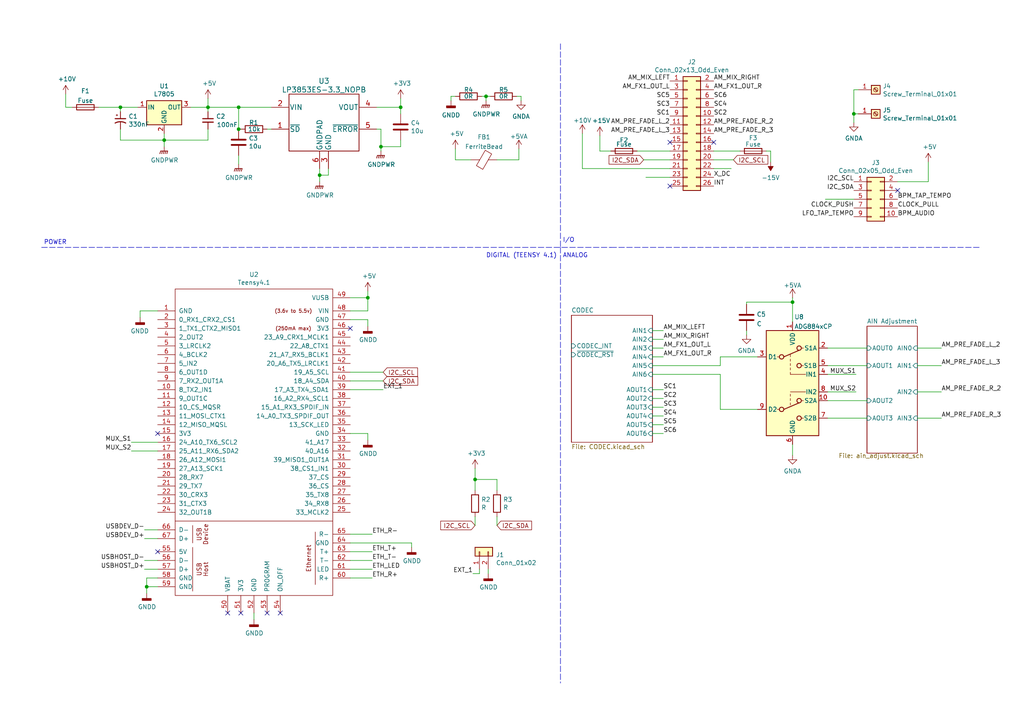
<source format=kicad_sch>
(kicad_sch (version 20211123) (generator eeschema)
  (paper "A4")
  (title_block (title "Xone Stub") (date "2021-11-07") (rev "1") (company "Soulless Digital") (comment 1 "Will Willems") (comment 2 "soulless.digital"))
  (lib_symbols
    (symbol "Analog_Switch:ADG884xCP"
      (property "Reference" "U" (at -7.62 16.51 0))
      (property "Value" "ADG884xCP" (at 0.635 16.51 0))
      (symbol "ADG884xCP_0_1"
        (rectangle (start -7.62 15.24) (end 7.62 -15.24) (stroke (width 0.254)) (fill (type background)))
        (circle (center -1.905 -10.16) (radius 0.635) (stroke (width 0.254)))
        (circle (center -1.905 -5.08) (radius 0.635) (stroke (width 0.254)))
        (circle (center -1.905 5.08) (radius 0.635) (stroke (width 0.254)))
        (circle (center -1.905 10.16) (radius 0.635) (stroke (width 0.254)))
        (polyline (pts (xy -3.81 -2.54) (xy 0.635 -2.54)))
        (polyline (pts (xy -3.81 2.54) (xy 0.635 2.54)))
        (polyline (pts (xy -3.175 -10.16) (xy -2.54 -10.16)))
        (polyline (pts (xy -3.175 -5.08) (xy -2.54 -5.08)))
        (polyline (pts (xy -3.175 5.08) (xy -2.54 5.08)))
        (polyline (pts (xy -3.175 10.16) (xy -2.54 10.16)))
        (polyline (pts (xy -1.905 9.525) (xy 2.54 7.62)) (stroke (width 0.254)))
        (polyline (pts (xy 0.635 -5.715) (xy 0.635 -6.35)))
        (polyline (pts (xy 0.635 -4.445) (xy 0.635 -5.08)))
        (polyline (pts (xy 0.635 -3.175) (xy 0.635 -3.81)))
        (polyline (pts (xy 0.635 3.175) (xy 0.635 2.54)))
        (polyline (pts (xy 0.635 4.445) (xy 0.635 3.81)))
        (polyline (pts (xy 0.635 5.715) (xy 0.635 5.08)))
        (polyline (pts (xy 0.635 6.985) (xy 0.635 6.35)))
        (polyline (pts (xy 0.635 8.255) (xy 0.635 7.62)))
        (polyline (pts (xy 2.54 -7.62) (xy -1.905 -5.715)) (stroke (width 0.254)))
        (polyline (pts (xy 4.445 -7.62) (xy 3.81 -7.62)))
        (polyline (pts (xy 4.445 7.62) (xy 3.81 7.62)))
        (circle (center 3.175 -7.62) (radius 0.635) (stroke (width 0.254)))
        (circle (center 3.175 7.62) (radius 0.635) (stroke (width 0.254)))
      )
      (symbol "ADG884xCP_1_1"
        (pin power_in line (at 0 17.78 270) (length 2.54) (name "VDD") (number "1"))
        (pin bidirectional line (at -10.16 -5.08 0) (length 2.54) (name "S2A") (number "10"))
        (pin passive line (at 0 -17.78 90) (length 2.54) hide (name "GND") (number "11"))
        (pin bidirectional line (at -10.16 10.16 0) (length 2.54) (name "S1A") (number "2"))
        (pin bidirectional line (at 10.16 7.62 180) (length 2.54) (name "D1") (number "3"))
        (pin input line (at -10.16 2.54 0) (length 2.54) (name "IN1") (number "4"))
        (pin bidirectional line (at -10.16 5.08 0) (length 2.54) (name "S1B") (number "5"))
        (pin power_in line (at 0 -17.78 90) (length 2.54) (name "GND") (number "6"))
        (pin bidirectional line (at -10.16 -10.16 0) (length 2.54) (name "S2B") (number "7"))
        (pin input line (at -10.16 -2.54 0) (length 2.54) (name "IN2") (number "8"))
        (pin bidirectional line (at 10.16 -7.62 180) (length 2.54) (name "D2") (number "9"))
      )
    )
    (symbol "Connector:Screw_Terminal_01x01" (pin_names (offset 1.016) hide)
      (property "Reference" "J" (at 0 2.54 0))
      (property "Value" "Screw_Terminal_01x01" (at 0 -2.54 0))
      (symbol "Screw_Terminal_01x01_1_1"
        (rectangle (start -1.27 1.27) (end 1.27 -1.27) (stroke (width 0.254)) (fill (type background)))
        (polyline (pts (xy -0.5334 0.3302) (xy 0.3302 -0.508)) (stroke (width 0.1524)))
        (polyline (pts (xy -0.3556 0.508) (xy 0.508 -0.3302)) (stroke (width 0.1524)))
        (circle (center 0 0) (radius 0.635) (stroke (width 0.1524)))
        (pin passive line (at -5.08 0 0) (length 3.81) (name "Pin_1") (number "1"))
      )
    )
    (symbol "Connector_Generic:Conn_01x02" (pin_names (offset 1.016) hide)
      (property "Reference" "J" (at 0 2.54 0))
      (property "Value" "Conn_01x02" (at 0 -5.08 0))
      (symbol "Conn_01x02_1_1"
        (rectangle (start -1.27 -2.413) (end 0 -2.667) (stroke (width 0.1524)))
        (rectangle (start -1.27 0.127) (end 0 -0.127) (stroke (width 0.1524)))
        (rectangle (start -1.27 1.27) (end 1.27 -3.81) (stroke (width 0.254)) (fill (type background)))
        (pin passive line (at -5.08 0 0) (length 3.81) (name "Pin_1") (number "1"))
        (pin passive line (at -5.08 -2.54 0) (length 3.81) (name "Pin_2") (number "2"))
      )
    )
    (symbol "Connector_Generic:Conn_02x05_Odd_Even" (pin_names (offset 1.016) hide)
      (property "Reference" "J" (at 1.27 7.62 0))
      (property "Value" "Conn_02x05_Odd_Even" (at 1.27 -7.62 0))
      (symbol "Conn_02x05_Odd_Even_1_1"
        (rectangle (start -1.27 -4.953) (end 0 -5.207) (stroke (width 0.1524)))
        (rectangle (start -1.27 -2.413) (end 0 -2.667) (stroke (width 0.1524)))
        (rectangle (start -1.27 0.127) (end 0 -0.127) (stroke (width 0.1524)))
        (rectangle (start -1.27 2.667) (end 0 2.413) (stroke (width 0.1524)))
        (rectangle (start -1.27 5.207) (end 0 4.953) (stroke (width 0.1524)))
        (rectangle (start -1.27 6.35) (end 3.81 -6.35) (stroke (width 0.254)) (fill (type background)))
        (rectangle (start 3.81 -4.953) (end 2.54 -5.207) (stroke (width 0.1524)))
        (rectangle (start 3.81 -2.413) (end 2.54 -2.667) (stroke (width 0.1524)))
        (rectangle (start 3.81 0.127) (end 2.54 -0.127) (stroke (width 0.1524)))
        (rectangle (start 3.81 2.667) (end 2.54 2.413) (stroke (width 0.1524)))
        (rectangle (start 3.81 5.207) (end 2.54 4.953) (stroke (width 0.1524)))
        (pin passive line (at -5.08 5.08 0) (length 3.81) (name "Pin_1") (number "1"))
        (pin passive line (at 7.62 -5.08 180) (length 3.81) (name "Pin_10") (number "10"))
        (pin passive line (at 7.62 5.08 180) (length 3.81) (name "Pin_2") (number "2"))
        (pin passive line (at -5.08 2.54 0) (length 3.81) (name "Pin_3") (number "3"))
        (pin passive line (at 7.62 2.54 180) (length 3.81) (name "Pin_4") (number "4"))
        (pin passive line (at -5.08 0 0) (length 3.81) (name "Pin_5") (number "5"))
        (pin passive line (at 7.62 0 180) (length 3.81) (name "Pin_6") (number "6"))
        (pin passive line (at -5.08 -2.54 0) (length 3.81) (name "Pin_7") (number "7"))
        (pin passive line (at 7.62 -2.54 180) (length 3.81) (name "Pin_8") (number "8"))
        (pin passive line (at -5.08 -5.08 0) (length 3.81) (name "Pin_9") (number "9"))
      )
    )
    (symbol "Connector_Generic:Conn_02x13_Odd_Even" (pin_names (offset 1.016) hide)
      (property "Reference" "J" (at 1.27 17.78 0))
      (property "Value" "Conn_02x13_Odd_Even" (at 1.27 -17.78 0))
      (symbol "Conn_02x13_Odd_Even_1_1"
        (rectangle (start -1.27 -15.113) (end 0 -15.367) (stroke (width 0.1524)))
        (rectangle (start -1.27 -12.573) (end 0 -12.827) (stroke (width 0.1524)))
        (rectangle (start -1.27 -10.033) (end 0 -10.287) (stroke (width 0.1524)))
        (rectangle (start -1.27 -7.493) (end 0 -7.747) (stroke (width 0.1524)))
        (rectangle (start -1.27 -4.953) (end 0 -5.207) (stroke (width 0.1524)))
        (rectangle (start -1.27 -2.413) (end 0 -2.667) (stroke (width 0.1524)))
        (rectangle (start -1.27 0.127) (end 0 -0.127) (stroke (width 0.1524)))
        (rectangle (start -1.27 2.667) (end 0 2.413) (stroke (width 0.1524)))
        (rectangle (start -1.27 5.207) (end 0 4.953) (stroke (width 0.1524)))
        (rectangle (start -1.27 7.747) (end 0 7.493) (stroke (width 0.1524)))
        (rectangle (start -1.27 10.287) (end 0 10.033) (stroke (width 0.1524)))
        (rectangle (start -1.27 12.827) (end 0 12.573) (stroke (width 0.1524)))
        (rectangle (start -1.27 15.367) (end 0 15.113) (stroke (width 0.1524)))
        (rectangle (start -1.27 16.51) (end 3.81 -16.51) (stroke (width 0.254)) (fill (type background)))
        (rectangle (start 3.81 -15.113) (end 2.54 -15.367) (stroke (width 0.1524)))
        (rectangle (start 3.81 -12.573) (end 2.54 -12.827) (stroke (width 0.1524)))
        (rectangle (start 3.81 -10.033) (end 2.54 -10.287) (stroke (width 0.1524)))
        (rectangle (start 3.81 -7.493) (end 2.54 -7.747) (stroke (width 0.1524)))
        (rectangle (start 3.81 -4.953) (end 2.54 -5.207) (stroke (width 0.1524)))
        (rectangle (start 3.81 -2.413) (end 2.54 -2.667) (stroke (width 0.1524)))
        (rectangle (start 3.81 0.127) (end 2.54 -0.127) (stroke (width 0.1524)))
        (rectangle (start 3.81 2.667) (end 2.54 2.413) (stroke (width 0.1524)))
        (rectangle (start 3.81 5.207) (end 2.54 4.953) (stroke (width 0.1524)))
        (rectangle (start 3.81 7.747) (end 2.54 7.493) (stroke (width 0.1524)))
        (rectangle (start 3.81 10.287) (end 2.54 10.033) (stroke (width 0.1524)))
        (rectangle (start 3.81 12.827) (end 2.54 12.573) (stroke (width 0.1524)))
        (rectangle (start 3.81 15.367) (end 2.54 15.113) (stroke (width 0.1524)))
        (pin passive line (at -5.08 15.24 0) (length 3.81) (name "Pin_1") (number "1"))
        (pin passive line (at 7.62 5.08 180) (length 3.81) (name "Pin_10") (number "10"))
        (pin passive line (at -5.08 2.54 0) (length 3.81) (name "Pin_11") (number "11"))
        (pin passive line (at 7.62 2.54 180) (length 3.81) (name "Pin_12") (number "12"))
        (pin passive line (at -5.08 0 0) (length 3.81) (name "Pin_13") (number "13"))
        (pin passive line (at 7.62 0 180) (length 3.81) (name "Pin_14") (number "14"))
        (pin passive line (at -5.08 -2.54 0) (length 3.81) (name "Pin_15") (number "15"))
        (pin passive line (at 7.62 -2.54 180) (length 3.81) (name "Pin_16") (number "16"))
        (pin passive line (at -5.08 -5.08 0) (length 3.81) (name "Pin_17") (number "17"))
        (pin passive line (at 7.62 -5.08 180) (length 3.81) (name "Pin_18") (number "18"))
        (pin passive line (at -5.08 -7.62 0) (length 3.81) (name "Pin_19") (number "19"))
        (pin passive line (at 7.62 15.24 180) (length 3.81) (name "Pin_2") (number "2"))
        (pin passive line (at 7.62 -7.62 180) (length 3.81) (name "Pin_20") (number "20"))
        (pin passive line (at -5.08 -10.16 0) (length 3.81) (name "Pin_21") (number "21"))
        (pin passive line (at 7.62 -10.16 180) (length 3.81) (name "Pin_22") (number "22"))
        (pin passive line (at -5.08 -12.7 0) (length 3.81) (name "Pin_23") (number "23"))
        (pin passive line (at 7.62 -12.7 180) (length 3.81) (name "Pin_24") (number "24"))
        (pin passive line (at -5.08 -15.24 0) (length 3.81) (name "Pin_25") (number "25"))
        (pin passive line (at 7.62 -15.24 180) (length 3.81) (name "Pin_26") (number "26"))
        (pin passive line (at -5.08 12.7 0) (length 3.81) (name "Pin_3") (number "3"))
        (pin passive line (at 7.62 12.7 180) (length 3.81) (name "Pin_4") (number "4"))
        (pin passive line (at -5.08 10.16 0) (length 3.81) (name "Pin_5") (number "5"))
        (pin passive line (at 7.62 10.16 180) (length 3.81) (name "Pin_6") (number "6"))
        (pin passive line (at -5.08 7.62 0) (length 3.81) (name "Pin_7") (number "7"))
        (pin passive line (at 7.62 7.62 180) (length 3.81) (name "Pin_8") (number "8"))
        (pin passive line (at -5.08 5.08 0) (length 3.81) (name "Pin_9") (number "9"))
      )
    )
    (symbol "Device:C" (pin_numbers hide) (pin_names (offset 0.254))
      (property "Reference" "C" (at 0.635 2.54 0))
      (property "Value" "C" (at 0.635 -2.54 0))
      (symbol "C_0_1"
        (polyline (pts (xy -2.032 -0.762) (xy 2.032 -0.762)) (stroke (width 0.508)))
        (polyline (pts (xy -2.032 0.762) (xy 2.032 0.762)) (stroke (width 0.508)))
      )
      (symbol "C_1_1"
        (pin passive line (at 0 3.81 270) (length 2.794) (name "~") (number "1"))
        (pin passive line (at 0 -3.81 90) (length 2.794) (name "~") (number "2"))
      )
    )
    (symbol "Device:C_Polarized_Small_US" (pin_numbers hide) (pin_names (offset 0.254) hide)
      (property "Reference" "C" (at 0.254 1.778 0))
      (property "Value" "C_Polarized_Small_US" (at 0.254 -2.032 0))
      (symbol "C_Polarized_Small_US_0_1"
        (polyline (pts (xy -1.524 0.508) (xy 1.524 0.508)) (stroke (width 0.3048)))
        (polyline (pts (xy -1.27 1.524) (xy -0.762 1.524)))
        (polyline (pts (xy -1.016 1.27) (xy -1.016 1.778)))
        (arc (start 1.524 -0.762) (mid 0 -0.3734) (end -1.524 -0.762) (stroke (width 0.3048)))
      )
      (symbol "C_Polarized_Small_US_1_1"
        (pin passive line (at 0 2.54 270) (length 2.032) (name "~") (number "1"))
        (pin passive line (at 0 -2.54 90) (length 2.032) (name "~") (number "2"))
      )
    )
    (symbol "Device:C_Small" (pin_numbers hide) (pin_names (offset 0.254) hide)
      (property "Reference" "C" (at 0.254 1.778 0))
      (property "Value" "C_Small" (at 0.254 -2.032 0))
      (symbol "C_Small_0_1"
        (polyline (pts (xy -1.524 -0.508) (xy 1.524 -0.508)) (stroke (width 0.3302)))
        (polyline (pts (xy -1.524 0.508) (xy 1.524 0.508)) (stroke (width 0.3048)))
      )
      (symbol "C_Small_1_1"
        (pin passive line (at 0 2.54 270) (length 2.032) (name "~") (number "1"))
        (pin passive line (at 0 -2.54 90) (length 2.032) (name "~") (number "2"))
      )
    )
    (symbol "Device:FerriteBead" (pin_numbers hide) (pin_names (offset 0))
      (property "Reference" "FB" (at -3.81 0.635 90))
      (property "Value" "FerriteBead" (at 3.81 0 90))
      (symbol "FerriteBead_0_1"
        (polyline (pts (xy 0 -1.27) (xy 0 -1.2192)))
        (polyline (pts (xy 0 1.27) (xy 0 1.2954)))
        (polyline (pts (xy -2.7686 0.4064) (xy -1.7018 2.2606) (xy 2.7686 -0.3048) (xy 1.6764 -2.159) (xy -2.7686 0.4064)))
      )
      (symbol "FerriteBead_1_1"
        (pin passive line (at 0 3.81 270) (length 2.54) (name "~") (number "1"))
        (pin passive line (at 0 -3.81 90) (length 2.54) (name "~") (number "2"))
      )
    )
    (symbol "Device:Fuse" (pin_numbers hide) (pin_names (offset 0))
      (property "Reference" "F" (at 2.032 0 90))
      (property "Value" "Fuse" (at -1.905 0 90))
      (symbol "Fuse_0_1"
        (rectangle (start -0.762 -2.54) (end 0.762 2.54) (stroke (width 0.254)))
        (polyline (pts (xy 0 2.54) (xy 0 -2.54)))
      )
      (symbol "Fuse_1_1"
        (pin passive line (at 0 3.81 270) (length 1.27) (name "~") (number "1"))
        (pin passive line (at 0 -3.81 90) (length 1.27) (name "~") (number "2"))
      )
    )
    (symbol "Device:R" (pin_numbers hide) (pin_names (offset 0))
      (property "Reference" "R" (at 2.032 0 90))
      (property "Value" "R" (at 0 0 90))
      (symbol "R_0_1"
        (rectangle (start -1.016 -2.54) (end 1.016 2.54) (stroke (width 0.254)))
      )
      (symbol "R_1_1"
        (pin passive line (at 0 3.81 270) (length 1.27) (name "~") (number "1"))
        (pin passive line (at 0 -3.81 90) (length 1.27) (name "~") (number "2"))
      )
    )
    (symbol "LP3853ES-3.3NOPB:LP3853ES-3.3_NOPB" (pin_names (offset 0.254))
      (property "Reference" "U" (at -1.27 10.16 0))
      (property "Value" "LP3853ES-3.3_NOPB" (at 0 7.62 0))
      (symbol "LP3853ES-3.3_NOPB_1_1"
        (rectangle (start -10.16 6.35) (end 10.16 -10.16))
        (rectangle (start -10.16 6.35) (end 10.16 -10.16))
        (pin passive line (at -15.24 -3.81 0) (length 5.0038) (name "~{SD}") (number "1"))
        (pin input line (at -15.24 2.54 0) (length 5.0038) (name "VIN") (number "2"))
        (pin passive line (at 1.27 -15.24 90) (length 5.0038) (name "GND") (number "3"))
        (pin output line (at 15.24 2.54 180) (length 5.0038) (name "VOUT") (number "4"))
        (pin passive line (at 15.24 -3.81 180) (length 5.0038) (name "~{ERROR}") (number "5"))
        (pin unspecified line (at -1.27 -15.24 90) (length 5.0038) (name "GNDPAD") (number "6"))
      )
    )
    (symbol "Regulator_Linear:L7805" (pin_names (offset 0.254))
      (property "Reference" "U" (at -3.81 3.175 0))
      (property "Value" "L7805" (at 0 3.175 0))
      (symbol "L7805_0_1"
        (rectangle (start -5.08 1.905) (end 5.08 -5.08) (stroke (width 0.254)) (fill (type background)))
      )
      (symbol "L7805_1_1"
        (pin power_in line (at -7.62 0 0) (length 2.54) (name "IN") (number "1"))
        (pin power_in line (at 0 -7.62 90) (length 2.54) (name "GND") (number "2"))
        (pin power_out line (at 7.62 0 180) (length 2.54) (name "OUT") (number "3"))
      )
    )
    (symbol "power:+10V" (power) (pin_names (offset 0))
      (property "Value" "+10V" (at 0 3.556 0))
      (symbol "+10V_0_1"
        (polyline (pts (xy -0.762 1.27) (xy 0 2.54)))
        (polyline (pts (xy 0 0) (xy 0 2.54)))
        (polyline (pts (xy 0 2.54) (xy 0.762 1.27)))
      )
      (symbol "+10V_1_1"
        (pin power_in line (at 0 0 90) (length 0) hide (name "+10V") (number "1"))
      )
    )
    (symbol "power:+15V" (power) (pin_names (offset 0))
      (property "Value" "+15V" (at 0 3.556 0))
      (symbol "+15V_0_1"
        (polyline (pts (xy -0.762 1.27) (xy 0 2.54)))
        (polyline (pts (xy 0 0) (xy 0 2.54)))
        (polyline (pts (xy 0 2.54) (xy 0.762 1.27)))
      )
      (symbol "+15V_1_1"
        (pin power_in line (at 0 0 90) (length 0) hide (name "+15V") (number "1"))
      )
    )
    (symbol "power:+3.3V" (power) (pin_names (offset 0))
      (property "Value" "+3.3V" (at 0 3.556 0))
      (symbol "+3.3V_0_1"
        (polyline (pts (xy -0.762 1.27) (xy 0 2.54)))
        (polyline (pts (xy 0 0) (xy 0 2.54)))
        (polyline (pts (xy 0 2.54) (xy 0.762 1.27)))
      )
      (symbol "+3.3V_1_1"
        (pin power_in line (at 0 0 90) (length 0) hide (name "+3V3") (number "1"))
      )
    )
    (symbol "power:+5V" (power) (pin_names (offset 0))
      (property "Value" "+5V" (at 0 3.556 0))
      (symbol "+5V_0_1"
        (polyline (pts (xy -0.762 1.27) (xy 0 2.54)))
        (polyline (pts (xy 0 0) (xy 0 2.54)))
        (polyline (pts (xy 0 2.54) (xy 0.762 1.27)))
      )
      (symbol "+5V_1_1"
        (pin power_in line (at 0 0 90) (length 0) hide (name "+5V") (number "1"))
      )
    )
    (symbol "power:+5VA" (power) (pin_names (offset 0))
      (property "Value" "+5VA" (at 0 3.556 0))
      (symbol "+5VA_0_1"
        (polyline (pts (xy -0.762 1.27) (xy 0 2.54)))
        (polyline (pts (xy 0 0) (xy 0 2.54)))
        (polyline (pts (xy 0 2.54) (xy 0.762 1.27)))
      )
      (symbol "+5VA_1_1"
        (pin power_in line (at 0 0 90) (length 0) hide (name "+5VA") (number "1"))
      )
    )
    (symbol "power:-15V" (power) (pin_names (offset 0))
      (property "Value" "-15V" (at 0 3.81 0))
      (symbol "-15V_0_0"
        (pin power_in line (at 0 0 90) (length 0) hide (name "-15V") (number "1"))
      )
      (symbol "-15V_0_1"
        (polyline (pts (xy 0 0) (xy 0 1.27) (xy 0.762 1.27) (xy 0 2.54) (xy -0.762 1.27) (xy 0 1.27)) (fill (type outline)))
      )
    )
    (symbol "power:GNDA" (power) (pin_names (offset 0))
      (property "Value" "GNDA" (at 0 -3.81 0))
      (symbol "GNDA_0_1"
        (polyline (pts (xy 0 0) (xy 0 -1.27) (xy 1.27 -1.27) (xy 0 -2.54) (xy -1.27 -1.27) (xy 0 -1.27)))
      )
      (symbol "GNDA_1_1"
        (pin power_in line (at 0 0 270) (length 0) hide (name "GNDA") (number "1"))
      )
    )
    (symbol "power:GNDD" (power) (pin_names (offset 0))
      (property "Value" "GNDD" (at 0 -3.175 0))
      (symbol "GNDD_0_1"
        (rectangle (start -1.27 -1.524) (end 1.27 -2.032) (stroke (width 0.254)) (fill (type outline)))
        (polyline (pts (xy 0 0) (xy 0 -1.524)))
      )
      (symbol "GNDD_1_1"
        (pin power_in line (at 0 0 270) (length 0) hide (name "GNDD") (number "1"))
      )
    )
    (symbol "power:GNDPWR" (power) (pin_names (offset 0))
      (property "Value" "GNDPWR" (at 0 -3.302 0))
      (symbol "GNDPWR_0_1"
        (polyline (pts (xy 0 -1.27) (xy 0 0)))
        (polyline (pts (xy -1.016 -1.27) (xy -1.27 -2.032) (xy -1.27 -2.032)) (stroke (width 0.2032)))
        (polyline (pts (xy -0.508 -1.27) (xy -0.762 -2.032) (xy -0.762 -2.032)) (stroke (width 0.2032)))
        (polyline (pts (xy 0 -1.27) (xy -0.254 -2.032) (xy -0.254 -2.032)) (stroke (width 0.2032)))
        (polyline (pts (xy 0.508 -1.27) (xy 0.254 -2.032) (xy 0.254 -2.032)) (stroke (width 0.2032)))
        (polyline (pts (xy 1.016 -1.27) (xy -1.016 -1.27) (xy -1.016 -1.27)) (stroke (width 0.2032)))
        (polyline (pts (xy 1.016 -1.27) (xy 0.762 -2.032) (xy 0.762 -2.032) (xy 0.762 -2.032)) (stroke (width 0.2032)))
      )
      (symbol "GNDPWR_1_1"
        (pin power_in line (at 0 0 270) (length 0) hide (name "GNDPWR") (number "1"))
      )
    )
    (symbol "teensy:Teensy4.1" (pin_names (offset 1.016))
      (property "Reference" "U" (at 0 64.77 0))
      (property "Value" "Teensy4.1" (at 0 62.23 0))
      (symbol "Teensy4.1_0_0"
        (polyline (pts (xy -22.86 -6.35) (xy 22.86 -6.35)))
        (polyline (pts (xy -17.78 -26.67) (xy -17.78 -13.97)))
        (polyline (pts (xy -17.78 -7.62) (xy -17.78 -12.7)))
        (polyline (pts (xy 17.78 -9.525) (xy 17.78 -24.765)))
        (text "(250mA max)" (at 11.43 49.53 0) (effects (font (size 1.016 1.016))))
        (text "(3.6v to 5.5v)" (at 11.43 54.61 0) (effects (font (size 1.016 1.016))))
        (text "Device" (at -13.97 -10.16 900) (effects (font (size 1.27 1.27))))
        (text "Ethernet" (at 15.875 -17.145 900) (effects (font (size 1.27 1.27))))
        (text "Host" (at -13.97 -20.32 900) (effects (font (size 1.27 1.27))))
        (text "USB" (at -15.875 -20.32 900) (effects (font (size 1.27 1.27))))
        (text "USB" (at -15.875 -10.16 900) (effects (font (size 1.27 1.27))))
        (pin bidirectional line (at -27.94 31.75 0) (length 5.08) (name "8_TX2_IN1") (number "10"))
        (pin bidirectional line (at -27.94 29.21 0) (length 5.08) (name "9_OUT1C") (number "11"))
        (pin bidirectional line (at -27.94 26.67 0) (length 5.08) (name "10_CS_MQSR") (number "12"))
        (pin bidirectional line (at -27.94 24.13 0) (length 5.08) (name "11_MOSI_CTX1") (number "13"))
        (pin bidirectional line (at -27.94 21.59 0) (length 5.08) (name "12_MISO_MQSL") (number "14"))
        (pin power_in line (at -27.94 19.05 0) (length 5.08) (name "3V3") (number "15"))
        (pin bidirectional line (at -27.94 16.51 0) (length 5.08) (name "24_A10_TX6_SCL2") (number "16"))
        (pin bidirectional line (at -27.94 13.97 0) (length 5.08) (name "25_A11_RX6_SDA2") (number "17"))
        (pin bidirectional line (at -27.94 11.43 0) (length 5.08) (name "26_A12_MOSI1") (number "18"))
        (pin bidirectional line (at -27.94 8.89 0) (length 5.08) (name "27_A13_SCK1") (number "19"))
        (pin bidirectional line (at -27.94 6.35 0) (length 5.08) (name "28_RX7") (number "20"))
        (pin bidirectional line (at -27.94 3.81 0) (length 5.08) (name "29_TX7") (number "21"))
        (pin bidirectional line (at -27.94 1.27 0) (length 5.08) (name "30_CRX3") (number "22"))
        (pin bidirectional line (at -27.94 -1.27 0) (length 5.08) (name "31_CTX3") (number "23"))
        (pin bidirectional line (at -27.94 -3.81 0) (length 5.08) (name "32_OUT1B") (number "24"))
        (pin bidirectional line (at 27.94 -3.81 180) (length 5.08) (name "33_MCLK2") (number "25"))
        (pin bidirectional line (at 27.94 -1.27 180) (length 5.08) (name "34_RX8") (number "26"))
        (pin bidirectional line (at 27.94 1.27 180) (length 5.08) (name "35_TX8") (number "27"))
        (pin bidirectional line (at 27.94 3.81 180) (length 5.08) (name "36_CS") (number "28"))
        (pin bidirectional line (at 27.94 6.35 180) (length 5.08) (name "37_CS") (number "29"))
        (pin bidirectional line (at 27.94 8.89 180) (length 5.08) (name "38_CS1_IN1") (number "30"))
        (pin bidirectional line (at 27.94 11.43 180) (length 5.08) (name "39_MISO1_OUT1A") (number "31"))
        (pin bidirectional line (at 27.94 13.97 180) (length 5.08) (name "40_A16") (number "32"))
        (pin bidirectional line (at 27.94 16.51 180) (length 5.08) (name "41_A17") (number "33"))
        (pin bidirectional line (at 27.94 21.59 180) (length 5.08) (name "13_SCK_LED") (number "35"))
        (pin bidirectional line (at 27.94 24.13 180) (length 5.08) (name "14_A0_TX3_SPDIF_OUT") (number "36"))
        (pin bidirectional line (at 27.94 26.67 180) (length 5.08) (name "15_A1_RX3_SPDIF_IN") (number "37"))
        (pin bidirectional line (at 27.94 29.21 180) (length 5.08) (name "16_A2_RX4_SCL1") (number "38"))
        (pin bidirectional line (at 27.94 31.75 180) (length 5.08) (name "17_A3_TX4_SDA1") (number "39"))
        (pin bidirectional line (at 27.94 34.29 180) (length 5.08) (name "18_A4_SDA") (number "40"))
        (pin bidirectional line (at 27.94 36.83 180) (length 5.08) (name "19_A5_SCL") (number "41"))
        (pin bidirectional line (at 27.94 39.37 180) (length 5.08) (name "20_A6_TX5_LRCLK1") (number "42"))
        (pin bidirectional line (at 27.94 41.91 180) (length 5.08) (name "21_A7_RX5_BCLK1") (number "43"))
        (pin bidirectional line (at 27.94 44.45 180) (length 5.08) (name "22_A8_CTX1") (number "44"))
        (pin bidirectional line (at 27.94 46.99 180) (length 5.08) (name "23_A9_CRX1_MCLK1") (number "45"))
        (pin output line (at 27.94 49.53 180) (length 5.08) (name "3V3") (number "46"))
        (pin output line (at 27.94 52.07 180) (length 5.08) (name "GND") (number "47"))
        (pin power_in line (at 27.94 54.61 180) (length 5.08) (name "VIN") (number "48"))
        (pin power_out line (at 27.94 58.42 180) (length 5.08) (name "VUSB") (number "49"))
        (pin bidirectional line (at -27.94 44.45 0) (length 5.08) (name "3_LRCLK2") (number "5"))
        (pin power_in line (at -7.62 -33.02 90) (length 5.08) (name "VBAT") (number "50"))
        (pin power_in line (at -3.81 -33.02 90) (length 5.08) (name "3V3") (number "51"))
        (pin input line (at 0 -33.02 90) (length 5.08) (name "GND") (number "52"))
        (pin input line (at 3.81 -33.02 90) (length 5.08) (name "PROGRAM") (number "53"))
        (pin input line (at 7.62 -33.02 90) (length 5.08) (name "ON_OFF") (number "54"))
        (pin power_out line (at -27.94 -15.24 0) (length 5.08) (name "5V") (number "55"))
        (pin bidirectional line (at -27.94 -17.78 0) (length 5.08) (name "D-") (number "56"))
        (pin bidirectional line (at -27.94 -20.32 0) (length 5.08) (name "D+") (number "57"))
        (pin power_in line (at -27.94 -22.86 0) (length 5.08) (name "GND") (number "58"))
        (pin power_in line (at -27.94 -25.4 0) (length 5.08) (name "GND") (number "59"))
        (pin bidirectional line (at -27.94 41.91 0) (length 5.08) (name "4_BCLK2") (number "6"))
        (pin bidirectional line (at 27.94 -22.86 180) (length 5.08) (name "R+") (number "60"))
        (pin bidirectional line (at 27.94 -20.32 180) (length 5.08) (name "LED") (number "61"))
        (pin bidirectional line (at 27.94 -17.78 180) (length 5.08) (name "T-") (number "62"))
        (pin bidirectional line (at 27.94 -15.24 180) (length 5.08) (name "T+") (number "63"))
        (pin power_in line (at 27.94 -12.7 180) (length 5.08) (name "GND") (number "64"))
        (pin bidirectional line (at 27.94 -10.16 180) (length 5.08) (name "R-") (number "65"))
        (pin bidirectional line (at -27.94 -8.89 0) (length 5.08) (name "D-") (number "66"))
        (pin bidirectional line (at -27.94 -11.43 0) (length 5.08) (name "D+") (number "67"))
        (pin bidirectional line (at -27.94 39.37 0) (length 5.08) (name "5_IN2") (number "7"))
        (pin bidirectional line (at -27.94 36.83 0) (length 5.08) (name "6_OUT1D") (number "8"))
        (pin bidirectional line (at -27.94 34.29 0) (length 5.08) (name "7_RX2_OUT1A") (number "9"))
      )
      (symbol "Teensy4.1_0_1"
        (rectangle (start -22.86 60.96) (end 22.86 -27.94))
        (rectangle (start -20.32 -1.27) (end -20.32 -1.27))
      )
      (symbol "Teensy4.1_1_1"
        (pin power_in line (at -27.94 54.61 0) (length 5.08) (name "GND") (number "1"))
        (pin bidirectional line (at -27.94 52.07 0) (length 5.08) (name "0_RX1_CRX2_CS1") (number "2"))
        (pin bidirectional line (at -27.94 49.53 0) (length 5.08) (name "1_TX1_CTX2_MISO1") (number "3"))
        (pin power_in line (at 27.94 19.05 180) (length 5.08) (name "GND") (number "34"))
        (pin bidirectional line (at -27.94 46.99 0) (length 5.08) (name "2_OUT2") (number "4"))
      )
    )
  )
  (junction (at 116.205 31.115))
  (junction (at 140.97 27.94))
  (junction (at 34.925 31.115))
  (junction (at 92.71 50.8))
  (junction (at 69.215 31.115))
  (junction (at 247.65 33.02))
  (junction (at 106.68 86.36))
  (junction (at 137.795 139.065))
  (junction (at 42.545 170.18))
  (junction (at 110.49 42.545))
  (junction (at 47.625 40.64))
  (junction (at 69.215 37.465))
  (junction (at 229.87 87.63))
  (junction (at 60.325 31.115))
  (no_connect (at 77.47 177.8))
  (no_connect (at 81.28 177.8))
  (no_connect (at 194.31 41.275))
  (no_connect (at 207.01 41.275))
  (no_connect (at 260.35 55.245))
  (no_connect (at 69.85 177.8))
  (no_connect (at 45.72 125.73))
  (no_connect (at 45.72 160.02))
  (no_connect (at 101.6 95.25))
  (no_connect (at 194.31 53.975))
  (no_connect (at 66.04 177.8))
  (wire (pts (xy 110.49 42.545) (xy 116.205 42.545)))
  (wire (pts (xy 189.23 115.57) (xy 192.405 115.57)))
  (wire (pts (xy 216.535 95.885) (xy 216.535 97.155)))
  (wire (pts (xy 266.065 100.965) (xy 273.05 100.965)))
  (wire (pts (xy 130.81 27.94) (xy 132.08 27.94)))
  (wire (pts (xy 101.6 86.36) (xy 106.68 86.36)))
  (wire (pts (xy 168.91 48.895) (xy 168.91 38.735)))
  (wire (pts (xy 240.03 113.665) (xy 248.285 113.665)))
  (wire (pts (xy 116.205 31.115) (xy 116.205 33.02)))
  (wire (pts (xy 116.205 40.64) (xy 116.205 42.545)))
  (wire (pts (xy 101.6 110.49) (xy 111.125 110.49)))
  (wire (pts (xy 189.23 118.11) (xy 192.405 118.11)))
  (wire (pts (xy 144.145 46.355) (xy 150.495 46.355)))
  (wire (pts (xy 139.065 165.1) (xy 139.065 166.37)))
  (wire (pts (xy 109.22 37.465) (xy 110.49 37.465)))
  (wire (pts (xy 189.23 103.505) (xy 192.405 103.505)))
  (wire (pts (xy 19.05 27.305) (xy 19.05 31.115)))
  (wire (pts (xy 189.23 95.885) (xy 192.405 95.885)))
  (wire (pts (xy 45.72 165.1) (xy 41.91 165.1)))
  (wire (pts (xy 42.545 167.64) (xy 45.72 167.64)))
  (wire (pts (xy 40.64 90.17) (xy 40.64 92.075)))
  (wire (pts (xy 247.65 33.02) (xy 247.65 35.56)))
  (wire (pts (xy 19.05 31.115) (xy 20.955 31.115)))
  (wire (pts (xy 101.6 162.56) (xy 107.95 162.56)))
  (wire (pts (xy 45.72 170.18) (xy 42.545 170.18)))
  (polyline (pts (xy 162.56 165.735) (xy 162.56 198.12)))
  (wire (pts (xy 101.6 125.73) (xy 106.68 125.73)))
  (wire (pts (xy 106.68 125.73) (xy 106.68 127.635)))
  (wire (pts (xy 247.65 33.02) (xy 248.92 33.02)))
  (wire (pts (xy 266.065 113.665) (xy 273.05 113.665)))
  (wire (pts (xy 101.6 107.95) (xy 111.125 107.95)))
  (wire (pts (xy 38.1 128.27) (xy 45.72 128.27)))
  (wire (pts (xy 45.72 90.17) (xy 40.64 90.17)))
  (wire (pts (xy 223.52 43.815) (xy 223.52 46.99)))
  (wire (pts (xy 144.145 139.065) (xy 144.145 142.24)))
  (wire (pts (xy 92.71 50.8) (xy 92.71 52.705)))
  (wire (pts (xy 269.24 52.705) (xy 260.35 52.705)))
  (polyline (pts (xy 162.56 71.755) (xy 162.56 165.735)))
  (wire (pts (xy 144.145 149.86) (xy 144.145 152.4)))
  (wire (pts (xy 110.49 42.545) (xy 110.49 43.815)))
  (wire (pts (xy 229.87 128.905) (xy 229.87 132.08)))
  (wire (pts (xy 101.6 167.64) (xy 107.95 167.64)))
  (wire (pts (xy 38.1 130.81) (xy 45.72 130.81)))
  (wire (pts (xy 47.625 40.64) (xy 60.325 40.64)))
  (wire (pts (xy 42.545 170.18) (xy 42.545 167.64)))
  (wire (pts (xy 101.6 157.48) (xy 119.38 157.48)))
  (wire (pts (xy 207.01 43.815) (xy 214.63 43.815)))
  (wire (pts (xy 42.545 172.085) (xy 42.545 170.18)))
  (wire (pts (xy 34.925 37.465) (xy 34.925 40.64)))
  (wire (pts (xy 222.25 43.815) (xy 223.52 43.815)))
  (wire (pts (xy 216.535 87.63) (xy 229.87 87.63)))
  (wire (pts (xy 110.49 37.465) (xy 110.49 42.545)))
  (wire (pts (xy 219.71 103.505) (xy 208.915 103.505)))
  (wire (pts (xy 189.23 120.65) (xy 192.405 120.65)))
  (wire (pts (xy 60.325 32.385) (xy 60.325 31.115)))
  (wire (pts (xy 186.69 46.355) (xy 194.31 46.355)))
  (wire (pts (xy 92.71 48.895) (xy 92.71 50.8)))
  (wire (pts (xy 240.03 108.585) (xy 248.285 108.585)))
  (wire (pts (xy 189.23 106.045) (xy 208.915 106.045)))
  (wire (pts (xy 60.325 31.115) (xy 69.215 31.115)))
  (wire (pts (xy 139.065 166.37) (xy 137.16 166.37)))
  (wire (pts (xy 208.915 108.585) (xy 208.915 118.745)))
  (wire (pts (xy 92.71 50.8) (xy 95.25 50.8)))
  (wire (pts (xy 189.23 113.03) (xy 192.405 113.03)))
  (wire (pts (xy 60.325 31.115) (xy 55.245 31.115)))
  (wire (pts (xy 34.925 40.64) (xy 47.625 40.64)))
  (wire (pts (xy 132.08 46.355) (xy 136.525 46.355)))
  (wire (pts (xy 240.03 116.205) (xy 251.46 116.205)))
  (wire (pts (xy 168.91 48.895) (xy 194.31 48.895)))
  (wire (pts (xy 47.625 40.64) (xy 47.625 38.735)))
  (polyline (pts (xy 162.56 12.7) (xy 162.56 71.755)))
  (wire (pts (xy 229.87 86.36) (xy 229.87 87.63)))
  (wire (pts (xy 101.6 160.02) (xy 107.95 160.02)))
  (wire (pts (xy 137.795 142.24) (xy 137.795 139.065)))
  (wire (pts (xy 60.325 40.64) (xy 60.325 37.465)))
  (wire (pts (xy 229.87 87.63) (xy 229.87 93.345)))
  (wire (pts (xy 137.795 149.86) (xy 137.795 152.4)))
  (wire (pts (xy 208.915 103.505) (xy 208.915 106.045)))
  (wire (pts (xy 189.23 100.965) (xy 192.405 100.965)))
  (wire (pts (xy 106.68 92.71) (xy 106.68 94.615)))
  (wire (pts (xy 216.535 88.265) (xy 216.535 87.63)))
  (wire (pts (xy 73.66 177.8) (xy 73.66 179.705)))
  (wire (pts (xy 151.13 27.94) (xy 149.86 27.94)))
  (wire (pts (xy 45.72 162.56) (xy 41.91 162.56)))
  (wire (pts (xy 95.25 50.8) (xy 95.25 48.895)))
  (wire (pts (xy 109.22 31.115) (xy 116.205 31.115)))
  (wire (pts (xy 77.47 37.465) (xy 78.74 37.465)))
  (wire (pts (xy 28.575 31.115) (xy 34.925 31.115)))
  (wire (pts (xy 47.625 42.545) (xy 47.625 40.64)))
  (wire (pts (xy 101.6 92.71) (xy 106.68 92.71)))
  (polyline (pts (xy 12.065 71.755) (xy 177.165 71.755)))
  (wire (pts (xy 60.325 28.575) (xy 60.325 31.115)))
  (wire (pts (xy 45.72 153.67) (xy 41.91 153.67)))
  (wire (pts (xy 208.915 118.745) (xy 219.71 118.745)))
  (wire (pts (xy 240.03 106.045) (xy 251.46 106.045)))
  (wire (pts (xy 189.23 108.585) (xy 208.915 108.585)))
  (wire (pts (xy 184.785 43.815) (xy 194.31 43.815)))
  (wire (pts (xy 34.925 31.115) (xy 34.925 32.385)))
  (wire (pts (xy 40.005 31.115) (xy 34.925 31.115)))
  (wire (pts (xy 45.72 156.21) (xy 41.91 156.21)))
  (wire (pts (xy 240.03 100.965) (xy 251.46 100.965)))
  (wire (pts (xy 132.08 43.18) (xy 132.08 46.355)))
  (wire (pts (xy 101.6 113.03) (xy 111.125 113.03)))
  (wire (pts (xy 141.605 165.1) (xy 141.605 166.37)))
  (wire (pts (xy 173.99 43.815) (xy 173.99 39.37)))
  (wire (pts (xy 119.38 157.48) (xy 119.38 158.75)))
  (wire (pts (xy 106.68 86.36) (xy 106.68 84.455)))
  (wire (pts (xy 137.795 139.065) (xy 144.145 139.065)))
  (wire (pts (xy 239.395 57.785) (xy 247.65 57.785)))
  (wire (pts (xy 212.09 48.895) (xy 207.01 48.895)))
  (wire (pts (xy 140.97 27.94) (xy 139.7 27.94)))
  (wire (pts (xy 69.215 31.115) (xy 78.74 31.115)))
  (wire (pts (xy 69.85 37.465) (xy 69.215 37.465)))
  (wire (pts (xy 130.81 29.21) (xy 130.81 27.94)))
  (wire (pts (xy 189.23 125.73) (xy 192.405 125.73)))
  (wire (pts (xy 140.97 27.94) (xy 142.24 27.94)))
  (wire (pts (xy 69.215 45.085) (xy 69.215 47.625)))
  (wire (pts (xy 187.325 51.435) (xy 194.31 51.435)))
  (wire (pts (xy 248.92 26.035) (xy 247.65 26.035)))
  (wire (pts (xy 116.205 28.575) (xy 116.205 31.115)))
  (wire (pts (xy 101.6 165.1) (xy 107.95 165.1)))
  (wire (pts (xy 101.6 90.17) (xy 106.68 90.17)))
  (wire (pts (xy 269.24 46.99) (xy 269.24 52.705)))
  (wire (pts (xy 101.6 154.94) (xy 107.95 154.94)))
  (wire (pts (xy 189.23 98.425) (xy 192.405 98.425)))
  (wire (pts (xy 266.065 106.045) (xy 273.05 106.045)))
  (wire (pts (xy 140.97 29.21) (xy 140.97 27.94)))
  (wire (pts (xy 173.99 43.815) (xy 177.165 43.815)))
  (wire (pts (xy 247.65 26.035) (xy 247.65 33.02)))
  (wire (pts (xy 150.495 46.355) (xy 150.495 43.18)))
  (wire (pts (xy 137.795 139.065) (xy 137.795 135.89)))
  (wire (pts (xy 69.215 31.115) (xy 69.215 37.465)))
  (wire (pts (xy 189.23 123.19) (xy 192.405 123.19)))
  (polyline (pts (xy 177.165 71.755) (xy 284.48 71.755)))
  (wire (pts (xy 151.13 29.21) (xy 151.13 27.94)))
  (wire (pts (xy 106.68 90.17) (xy 106.68 86.36)))
  (wire (pts (xy 240.03 121.285) (xy 251.46 121.285)))
  (wire (pts (xy 207.01 46.355) (xy 212.725 46.355)))
  (wire (pts (xy 266.065 121.285) (xy 273.05 121.285)))
  (text "I/O\n" (at 163.195 70.485 0) (effects (font (size 1.27 1.27)) (justify left bottom)))
  (text "ANALOG" (at 163.195 74.93 0) (effects (font (size 1.27 1.27)) (justify left bottom)))
  (text "DIGITAL (TEENSY 4.1)" (at 140.97 74.93 0) (effects (font (size 1.27 1.27)) (justify left bottom)))
  (text "POWER" (at 12.7 71.12 0) (effects (font (size 1.27 1.27)) (justify left bottom)))
  (label "AM_PRE_FADE_R_2" (at 273.05 113.665 0))
  (label "AM_MIX_LEFT" (at 194.31 23.495 180))
  (label "I2C_SDA" (at 247.65 55.245 180))
  (label "ETH_R+" (at 107.95 167.64 0))
  (label "AM_PRE_FADE_L_2" (at 273.05 100.965 0))
  (label "AM_PRE_FADE_R_3" (at 273.05 121.285 0))
  (label "AM_PRE_FADE_L_2" (at 194.31 36.195 180))
  (label "AM_PRE_FADE_L_3" (at 273.05 106.045 0))
  (label "AM_PRE_FADE_R_2" (at 207.01 36.195 0))
  (label "X_DC" (at 207.01 51.435 0))
  (label "AM_PRE_FADE_R_3" (at 207.01 38.735 0))
  (label "SC2" (at 207.01 33.655 0))
  (label "ETH_T-" (at 107.95 162.56 0))
  (label "ETH_LED" (at 107.95 165.1 0))
  (label "AM_FX1_OUT_R" (at 192.405 103.505 0))
  (label "SC5" (at 192.405 123.19 0))
  (label "SC4" (at 207.01 31.115 0))
  (label "SC2" (at 192.405 115.57 0))
  (label "SC4" (at 192.405 120.65 0))
  (label "AM_MIX_LEFT" (at 192.405 95.885 0))
  (label "AM_FX1_OUT_R" (at 207.01 26.035 0))
  (label "ETH_R-" (at 107.95 154.94 0))
  (label "AM_MIX_RIGHT" (at 192.405 98.425 0))
  (label "EXT_1" (at 111.125 113.03 0))
  (label "MUX_S1" (at 38.1 128.27 180))
  (label "AM_FX1_OUT_L" (at 194.31 26.035 180))
  (label "SC6" (at 192.405 125.73 0))
  (label "CLOCK_PUSH" (at 247.65 60.325 180))
  (label "MUX_S2" (at 248.285 113.665 180))
  (label "MUX_S2" (at 38.1 130.81 180))
  (label "SC6" (at 207.01 28.575 0))
  (label "I2C_SCL" (at 247.65 52.705 180))
  (label "USBDEV_D-" (at 41.91 153.67 180))
  (label "SC3" (at 194.31 31.115 180))
  (label "SC1" (at 194.31 33.655 180))
  (label "MUX_S1" (at 248.285 108.585 180))
  (label "BPM_TAP_TEMPO" (at 260.35 57.785 0))
  (label "AM_MIX_RIGHT" (at 207.01 23.495 0))
  (label "BPM_AUDIO" (at 260.35 62.865 0))
  (label "AM_PRE_FADE_L_3" (at 194.31 38.735 180))
  (label "SC1" (at 192.405 113.03 0))
  (label "LFO_TAP_TEMPO" (at 247.65 62.865 180))
  (label "CLOCK_PULL" (at 260.35 60.325 0))
  (label "SC5" (at 194.31 28.575 180))
  (label "USBHOST_D-" (at 41.91 162.56 180))
  (label "ETH_T+" (at 107.95 160.02 0))
  (label "AM_FX1_OUT_L" (at 192.405 100.965 0))
  (label "EXT_1" (at 137.16 166.37 180))
  (label "USBDEV_D+" (at 41.91 156.21 180))
  (label "USBHOST_D+" (at 41.91 165.1 180))
  (label "SC3" (at 192.405 118.11 0))
  (label "INT" (at 207.01 53.975 0))
  (global_label "I2C_SCL" (shape input) (at 137.795 152.4 180) (property "Intersheet References" "${INTERSHEET_REFS}" (effects hide)))
  (global_label "I2C_SDA" (shape input) (at 186.69 46.355 180) (property "Intersheet References" "${INTERSHEET_REFS}" (effects hide)))
  (global_label "I2C_SCL" (shape input) (at 111.125 107.95 0) (property "Intersheet References" "${INTERSHEET_REFS}" (effects hide)))
  (global_label "I2C_SDA" (shape input) (at 144.145 152.4 0) (property "Intersheet References" "${INTERSHEET_REFS}" (effects hide)))
  (global_label "I2C_SCL" (shape input) (at 212.725 46.355 0) (property "Intersheet References" "${INTERSHEET_REFS}" (effects hide)))
  (global_label "I2C_SDA" (shape input) (at 111.125 110.49 0) (property "Intersheet References" "${INTERSHEET_REFS}" (effects hide)))
  (symbol (lib_id "Connector_Generic:Conn_02x13_Odd_Even") (at 199.39 38.735 0) (unit 1)
    (property "Reference" "J2" (at 200.66 17.9832 0))
    (property "Value" "Conn_02x13_Odd_Even" (at 200.66 20.2946 0))
    (property "Footprint" "Connector_PinHeader_2.54mm:PinHeader_2x13_P2.54mm_Vertical" (effects hide))
  )
  (symbol (lib_id "power:+15V") (at 173.99 39.37 0) (unit 1)
    (property "Reference" "#PWR021" (effects hide))
    (property "Value" "+15V" (at 174.371 34.9758 0))
  )
  (symbol (lib_id "power:+10V") (at 168.91 38.735 0) (unit 1)
    (property "Reference" "#PWR020" (effects hide))
    (property "Value" "+10V" (at 168.91 34.925 0))
  )
  (symbol (lib_id "Connector_Generic:Conn_02x05_Odd_Even") (at 252.73 57.785 0) (unit 1)
    (property "Reference" "J3" (at 254 47.1932 0))
    (property "Value" "Conn_02x05_Odd_Even" (at 254 49.5046 0))
    (property "Footprint" "Connector_IDC:IDC-Header_2x05_P2.54mm_Horizontal" (effects hide))
  )
  (symbol (lib_id "Connector:Screw_Terminal_01x01") (at 254 26.035 0) (unit 1)
    (property "Reference" "J4" (at 256.032 24.9682 0) (effects (justify left)))
    (property "Value" "Screw_Terminal_01x01" (at 256.032 27.2796 0) (effects (justify left)))
    (property "Footprint" "MountingHole:MountingHole_3.2mm_M3_Pad_Via" (effects hide))
  )
  (symbol (lib_id "Regulator_Linear:L7805") (at 47.625 31.115 0) (unit 1)
    (property "Reference" "U1" (at 47.625 24.9682 0))
    (property "Value" "L7805" (at 47.625 27.2796 0))
    (property "Footprint" "Package_TO_SOT_SMD:TO-263-2" (effects hide))
    (property "Datasheet" "http://www.st.com/content/ccc/resource/technical/document/datasheet/41/4f/b3/b0/12/d4/47/88/CD00000444.pdf/files/CD00000444.pdf/jcr:content/translations/en.CD00000444.pdf" (effects hide))
  )
  (symbol (lib_id "Device:C_Polarized_Small_US") (at 34.925 34.925 0) (unit 1)
    (property "Reference" "C1" (at 37.2618 33.7566 0) (effects (justify left)))
    (property "Value" "330nF" (at 37.2618 36.068 0) (effects (justify left)))
    (property "Footprint" "Capacitor_THT:CP_Radial_D10.0mm_P5.00mm" (effects hide))
  )
  (symbol (lib_id "Device:C_Small") (at 60.325 34.925 0) (unit 1)
    (property "Reference" "C2" (at 62.6618 33.7566 0) (effects (justify left)))
    (property "Value" "100nF" (at 62.865 36.195 0) (effects (justify left)))
    (property "Footprint" "Capacitor_SMD:C_0603_1608Metric" (effects hide))
  )
  (symbol (lib_id "power:+10V") (at 19.05 27.305 0) (unit 1)
    (property "Reference" "#PWR02" (effects hide))
    (property "Value" "+10V" (at 19.431 22.9108 0))
  )
  (symbol (lib_id "Connector:Screw_Terminal_01x01") (at 254 33.02 0) (unit 1)
    (property "Reference" "J5" (at 256.032 31.9532 0) (effects (justify left)))
    (property "Value" "Screw_Terminal_01x01" (at 256.032 34.2646 0) (effects (justify left)))
    (property "Footprint" "MountingHole:MountingHole_3.2mm_M3_Pad_Via" (effects hide))
  )
  (symbol (lib_id "Connector_Generic:Conn_01x02") (at 139.065 160.02 90) (unit 1)
    (property "Reference" "J1" (at 143.8402 160.9344 90) (effects (justify right)))
    (property "Value" "Conn_01x02" (at 143.8402 163.2458 90) (effects (justify right)))
    (property "Footprint" "Connector_PinHeader_2.54mm:PinHeader_1x02_P2.54mm_Vertical" (effects hide))
  )
  (symbol (lib_id "teensy:Teensy4.1") (at 73.66 144.78 0) (unit 1)
    (property "Reference" "U2" (at 73.66 79.629 0))
    (property "Value" "Teensy4.1" (at 73.66 81.9404 0))
    (property "Footprint" "footprints:Teensy41" (effects hide))
  )
  (symbol (lib_id "power:GNDD") (at 119.38 158.75 0) (unit 1)
    (property "Reference" "#PWR019" (effects hide))
    (property "Value" "GNDD" (at 119.4816 162.687 0))
  )
  (symbol (lib_id "power:GNDD") (at 73.66 179.705 0) (unit 1)
    (property "Reference" "#PWR013" (effects hide))
    (property "Value" "GNDD" (at 73.7616 183.642 0))
  )
  (symbol (lib_id "power:GNDD") (at 42.545 172.085 0) (unit 1)
    (property "Reference" "#PWR06" (effects hide))
    (property "Value" "GNDD" (at 42.6466 176.022 0))
  )
  (symbol (lib_id "power:+5V") (at 269.24 46.99 0) (unit 1)
    (property "Reference" "#PWR025" (effects hide))
    (property "Value" "+5V" (at 269.621 42.5958 0))
  )
  (symbol (lib_id "power:GNDD") (at 141.605 166.37 0) (unit 1)
    (property "Reference" "#PWR023" (effects hide))
    (property "Value" "GNDD" (at 141.7066 170.307 0))
  )
  (symbol (lib_id "LP3853ES-3.3NOPB:LP3853ES-3.3_NOPB") (at 93.98 33.655 0) (unit 1)
    (property "Reference" "U3" (at 93.98 23.495 0) (effects (font (size 1.524 1.524))))
    (property "Value" "LP3853ES-3.3_NOPB" (at 93.98 26.035 0) (effects (font (size 1.524 1.524))))
    (property "Footprint" "Package_TO_SOT_SMD:TO-263-5_TabPin6" (effects hide))
  )
  (symbol (lib_id "power:+3.3V") (at 116.205 28.575 0) (unit 1)
    (property "Reference" "#PWR017" (effects hide))
    (property "Value" "+3.3V" (at 116.586 24.1808 0))
  )
  (symbol (lib_id "power:GNDPWR") (at 92.71 52.705 0) (unit 1)
    (property "Reference" "#PWR015" (effects hide))
    (property "Value" "GNDPWR" (at 92.8116 56.6166 0))
  )
  (symbol (lib_id "power:GNDPWR") (at 47.625 42.545 0) (unit 1)
    (property "Reference" "#PWR05" (effects hide))
    (property "Value" "GNDPWR" (at 47.7266 46.4566 0))
  )
  (symbol (lib_id "power:+5V") (at 60.325 28.575 0) (unit 1)
    (property "Reference" "#PWR012" (effects hide))
    (property "Value" "+5V" (at 60.706 24.1808 0))
  )
  (symbol (lib_id "Device:R") (at 73.66 37.465 90) (unit 1)
    (property "Reference" "R1" (at 74.93 35.56 90) (effects (justify left)))
    (property "Value" "10k" (at 75.565 37.465 90) (effects (justify left)))
    (property "Footprint" "Resistor_SMD:R_0603_1608Metric_Pad0.98x0.95mm_HandSolder" (effects hide))
  )
  (symbol (lib_id "power:GNDPWR") (at 110.49 43.815 0) (unit 1)
    (property "Reference" "#PWR016" (effects hide))
    (property "Value" "GNDPWR" (at 110.5916 47.7266 0))
  )
  (symbol (lib_id "Device:C") (at 116.205 36.83 0) (unit 1)
    (property "Reference" "C4" (at 119.126 35.6616 0) (effects (justify left)))
    (property "Value" "10u" (at 119.126 37.973 0) (effects (justify left)))
    (property "Footprint" "Capacitor_SMD:C_0603_1608Metric_Pad1.08x0.95mm_HandSolder" (effects hide))
  )
  (symbol (lib_id "Device:C") (at 69.215 41.275 0) (unit 1)
    (property "Reference" "C3" (at 72.136 40.1066 0) (effects (justify left)))
    (property "Value" "10u" (at 72.136 42.418 0) (effects (justify left)))
    (property "Footprint" "Capacitor_SMD:C_0603_1608Metric_Pad1.08x0.95mm_HandSolder" (effects hide))
  )
  (symbol (lib_id "power:GNDPWR") (at 69.215 47.625 0) (unit 1)
    (property "Reference" "#PWR010" (effects hide))
    (property "Value" "GNDPWR" (at 69.3166 51.5366 0))
  )
  (symbol (lib_id "power:+5V") (at 106.68 84.455 0) (unit 1)
    (property "Reference" "#PWR018" (effects hide))
    (property "Value" "+5V" (at 107.061 80.0608 0))
  )
  (symbol (lib_id "Device:R") (at 137.795 146.05 0) (unit 1)
    (property "Reference" "R2" (at 139.573 144.8816 0) (effects (justify left)))
    (property "Value" "R" (at 139.573 147.193 0) (effects (justify left)))
    (property "Footprint" "Resistor_SMD:R_0603_1608Metric_Pad0.98x0.95mm_HandSolder" (effects hide))
  )
  (symbol (lib_id "Device:R") (at 144.145 146.05 0) (unit 1)
    (property "Reference" "R3" (at 145.923 144.8816 0) (effects (justify left)))
    (property "Value" "R" (at 145.923 147.193 0) (effects (justify left)))
    (property "Footprint" "Resistor_SMD:R_0603_1608Metric_Pad0.98x0.95mm_HandSolder" (effects hide))
  )
  (symbol (lib_id "power:+3.3V") (at 137.795 135.89 0) (unit 1)
    (property "Reference" "#PWR022" (effects hide))
    (property "Value" "+3.3V" (at 138.176 131.4958 0))
  )
  (symbol (lib_id "Device:R") (at 135.89 27.94 90) (unit 1)
    (property "Reference" "R4" (at 135.89 26.035 90))
    (property "Value" "0R" (at 135.89 27.94 90))
    (property "Footprint" "Resistor_SMD:R_0603_1608Metric_Pad0.98x0.95mm_HandSolder" (effects hide))
  )
  (symbol (lib_id "power:GNDA") (at 229.87 132.08 0) (unit 1)
    (property "Reference" "#PWR029" (effects hide))
    (property "Value" "GNDA" (at 229.87 136.6425 0))
  )
  (symbol (lib_id "power:GNDD") (at 106.68 127.635 0) (unit 1)
    (property "Reference" "#PWR04" (effects hide))
    (property "Value" "GNDD" (at 106.7816 131.572 0))
  )
  (symbol (lib_id "power:GNDD") (at 130.81 29.21 0) (unit 1)
    (property "Reference" "#PWR07" (effects hide))
    (property "Value" "GNDD" (at 130.81 33.3915 0))
  )
  (symbol (lib_id "Device:C") (at 216.535 92.075 0) (unit 1)
    (property "Reference" "C5" (at 219.456 91.1665 0) (effects (justify left)))
    (property "Value" "C" (at 219.456 93.9416 0) (effects (justify left)))
    (property "Footprint" "Capacitor_SMD:C_0603_1608Metric_Pad1.08x0.95mm_HandSolder" (effects hide))
  )
  (symbol (lib_id "power:-15V") (at 223.52 46.99 180) (unit 1)
    (property "Reference" "#PWR024" (effects hide))
    (property "Value" "-15V" (at 223.52 51.5525 0))
  )
  (symbol (lib_id "power:GNDD") (at 106.68 94.615 0) (unit 1)
    (property "Reference" "#PWR03" (effects hide))
    (property "Value" "GNDD" (at 106.7816 98.552 0))
  )
  (symbol (lib_id "Device:R") (at 146.05 27.94 90) (unit 1)
    (property "Reference" "R5" (at 146.05 26.035 90))
    (property "Value" "0R" (at 146.05 27.94 90))
    (property "Footprint" "Resistor_SMD:R_0603_1608Metric_Pad0.98x0.95mm_HandSolder" (effects hide))
  )
  (symbol (lib_id "power:GNDPWR") (at 140.97 29.21 0) (unit 1)
    (property "Reference" "#PWR09" (effects hide))
    (property "Value" "GNDPWR" (at 141.0716 33.1216 0))
  )
  (symbol (lib_id "power:GNDD") (at 40.64 92.075 0) (mirror y) (unit 1)
    (property "Reference" "#PWR01" (effects hide))
    (property "Value" "GNDD" (at 40.5384 96.012 0))
  )
  (symbol (lib_id "power:GNDA") (at 216.535 97.155 0) (unit 1)
    (property "Reference" "#PWR026" (effects hide))
    (property "Value" "GNDA" (at 216.535 101.7175 0))
  )
  (symbol (lib_id "Device:Fuse") (at 218.44 43.815 90) (unit 1)
    (property "Reference" "F3" (at 218.44 40.005 90))
    (property "Value" "Fuse" (at 218.44 41.8616 90))
    (property "Footprint" "Fuse:Fuse_0805_2012Metric" (effects hide))
  )
  (symbol (lib_id "power:GNDA") (at 247.65 35.56 0) (unit 1)
    (property "Reference" "#PWR027" (effects hide))
    (property "Value" "GNDA" (at 247.65 40.1225 0))
  )
  (symbol (lib_id "Analog_Switch:ADG884xCP") (at 229.87 111.125 0) (mirror y) (unit 1)
    (property "Reference" "U8" (at 230.3906 91.9185 0) (effects (justify right)))
    (property "Value" "ADG884xCP" (at 230.3906 94.6936 0) (effects (justify right)))
    (property "Footprint" "Package_CSP:LFCSP-WD-10-1EP_3x3mm_P0.5mm_EP1.64x2.38mm" (effects hide))
    (property "Datasheet" "https://www.analog.com/media/en/technical-documentation/data-sheets/ADG884.pdf" (effects hide))
  )
  (symbol (lib_id "Device:FerriteBead") (at 140.335 46.355 270) (unit 1)
    (property "Reference" "FB1" (at 140.3858 39.7469 90))
    (property "Value" "FerriteBead" (at 140.3858 42.522 90))
    (property "Footprint" "Capacitor_SMD:C_0805_2012Metric_Pad1.18x1.45mm_HandSolder" (effects hide))
  )
  (symbol (lib_id "power:+5VA") (at 150.495 43.18 0) (unit 1)
    (property "Reference" "#PWR011" (effects hide))
    (property "Value" "+5VA" (at 150.495 39.5755 0))
  )
  (symbol (lib_id "Device:Fuse") (at 180.975 43.815 90) (unit 1)
    (property "Reference" "F2" (at 180.975 40.64 90))
    (property "Value" "Fuse" (at 180.975 41.8616 90))
    (property "Footprint" "Fuse:Fuse_0805_2012Metric" (effects hide))
  )
  (symbol (lib_id "power:+5VA") (at 229.87 86.36 0) (unit 1)
    (property "Reference" "#PWR028" (effects hide))
    (property "Value" "+5VA" (at 229.87 82.7555 0))
  )
  (symbol (lib_id "power:+5V") (at 132.08 43.18 0) (unit 1)
    (property "Reference" "#PWR08" (effects hide))
    (property "Value" "+5V" (at 132.461 38.7858 0))
  )
  (symbol (lib_id "power:GNDA") (at 151.13 29.21 0) (unit 1)
    (property "Reference" "#PWR014" (effects hide))
    (property "Value" "GNDA" (at 151.13 33.7725 0))
  )
  (symbol (lib_id "Device:Fuse") (at 24.765 31.115 90) (unit 1)
    (property "Reference" "F1" (at 24.765 26.3865 90))
    (property "Value" "Fuse" (at 24.765 29.1616 90))
    (property "Footprint" "Fuse:Fuse_0805_2012Metric" (effects hide))
  )
  (sheet (at 165.735 91.44) (size 23.495 36.83)
    (property "Sheet name" "CODEC" (at 165.735 90.7284 0) (effects (justify left bottom)))
    (property "Sheet file" "CODEC.kicad_sch" (at 165.735 128.8546 0) (effects (justify left top)))
    (pin "AIN1" input (at 189.23 95.885 0))
    (pin "AIN2" input (at 189.23 98.425 0))
    (pin "AIN3" input (at 189.23 100.965 0))
    (pin "AIN4" input (at 189.23 103.505 0))
    (pin "AIN5" input (at 189.23 106.045 0))
    (pin "AOUT1" input (at 189.23 113.03 0))
    (pin "AOUT2" input (at 189.23 115.57 0))
    (pin "AOUT3" input (at 189.23 118.11 0))
    (pin "AOUT4" input (at 189.23 120.65 0))
    (pin "AOUT5" input (at 189.23 123.19 0))
    (pin "AOUT6" input (at 189.23 125.73 0))
    (pin "AIN6" input (at 189.23 108.585 0))
    (pin "CODEC_INT" input (at 165.735 100.33 180))
    (pin "~{CODEC_RST}" input (at 165.735 102.87 180))
  )
  (sheet (at 251.46 94.615) (size 14.605 36.83) (stroke (width 0.1524))
    (property "Sheet name" "AIN Adjustment" (at 251.46 93.9034 0) (effects (justify left bottom)))
    (property "Sheet file" "ain_adjust.kicad_sch" (at 243.205 131.445 0) (effects (justify left top)))
    (pin "AIN0" input (at 266.065 100.965 0))
    (pin "AOUT1" input (at 251.46 106.045 180))
    (pin "AOUT0" input (at 251.46 100.965 180))
    (pin "AIN1" input (at 266.065 106.045 0))
    (pin "AIN2" input (at 266.065 113.665 0))
    (pin "AIN3" input (at 266.065 121.285 0))
    (pin "AOUT3" input (at 251.46 121.285 180))
    (pin "AOUT2" input (at 251.46 116.205 180))
  )
)
</source>
